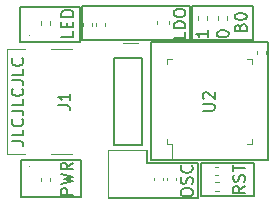
<source format=gbr>
%TF.GenerationSoftware,KiCad,Pcbnew,(6.0.9)*%
%TF.CreationDate,2022-11-14T14:00:34+08:00*%
%TF.ProjectId,usb2serial_pcb,75736232-7365-4726-9961-6c5f7063622e,1.0*%
%TF.SameCoordinates,Original*%
%TF.FileFunction,Legend,Top*%
%TF.FilePolarity,Positive*%
%FSLAX46Y46*%
G04 Gerber Fmt 4.6, Leading zero omitted, Abs format (unit mm)*
G04 Created by KiCad (PCBNEW (6.0.9)) date 2022-11-14 14:00:34*
%MOMM*%
%LPD*%
G01*
G04 APERTURE LIST*
%ADD10C,0.150000*%
%ADD11C,0.120000*%
%ADD12C,0.100000*%
G04 APERTURE END LIST*
D10*
X49250600Y-32054800D02*
X54279800Y-32054800D01*
X54279800Y-32054800D02*
X54279800Y-35052000D01*
X54279800Y-35052000D02*
X49250600Y-35052000D01*
X49250600Y-35052000D02*
X49250600Y-32054800D01*
X64262000Y-45262800D02*
X59994800Y-45262800D01*
X59994800Y-45262800D02*
X59994800Y-44297600D01*
X63804800Y-31953200D02*
X68935600Y-31953200D01*
X68935600Y-31953200D02*
X68935600Y-34899600D01*
X68935600Y-34899600D02*
X63804800Y-34899600D01*
X63804800Y-34899600D02*
X63804800Y-31953200D01*
X57200800Y-36372800D02*
X59537600Y-36372800D01*
X59537600Y-36372800D02*
X59537600Y-43789600D01*
X59537600Y-43789600D02*
X57200800Y-43789600D01*
X57200800Y-43789600D02*
X57200800Y-36372800D01*
X56794400Y-48260000D02*
X64262000Y-48259400D01*
X64516000Y-45262800D02*
X69037200Y-45262800D01*
X69037200Y-45262800D02*
X69037200Y-48056800D01*
X69037200Y-48056800D02*
X64516000Y-48056800D01*
X64516000Y-48056800D02*
X64516000Y-45262800D01*
X49326800Y-45059600D02*
X54356000Y-45059600D01*
X54356000Y-45059600D02*
X54356000Y-48158400D01*
X54356000Y-48158400D02*
X49326800Y-48158400D01*
X49326800Y-48158400D02*
X49326800Y-45059600D01*
X60299600Y-35052000D02*
X70256400Y-35052000D01*
X70256400Y-35052000D02*
X70256400Y-45059600D01*
X70256400Y-45059600D02*
X60299600Y-45059600D01*
X60299600Y-45059600D02*
X60299600Y-35052000D01*
X64262000Y-48259400D02*
X64262000Y-45262800D01*
X54457600Y-31953200D02*
X63601600Y-31953200D01*
X63601600Y-31953200D02*
X63601600Y-34899600D01*
X63601600Y-34899600D02*
X54457600Y-34899600D01*
X54457600Y-34899600D02*
X54457600Y-31953200D01*
X65120780Y-34055085D02*
X65120780Y-34626514D01*
X65120780Y-34340800D02*
X64120780Y-34340800D01*
X64263638Y-34436038D01*
X64358876Y-34531276D01*
X64406495Y-34626514D01*
X53690780Y-47967733D02*
X52690780Y-47967733D01*
X52690780Y-47586780D01*
X52738400Y-47491542D01*
X52786019Y-47443923D01*
X52881257Y-47396304D01*
X53024114Y-47396304D01*
X53119352Y-47443923D01*
X53166971Y-47491542D01*
X53214590Y-47586780D01*
X53214590Y-47967733D01*
X52690780Y-47062971D02*
X53690780Y-46824876D01*
X52976495Y-46634400D01*
X53690780Y-46443923D01*
X52690780Y-46205828D01*
X53690780Y-45253447D02*
X53214590Y-45586780D01*
X53690780Y-45824876D02*
X52690780Y-45824876D01*
X52690780Y-45443923D01*
X52738400Y-45348685D01*
X52786019Y-45301066D01*
X52881257Y-45253447D01*
X53024114Y-45253447D01*
X53119352Y-45301066D01*
X53166971Y-45348685D01*
X53214590Y-45443923D01*
X53214590Y-45824876D01*
X65898780Y-34388419D02*
X65898780Y-34293180D01*
X65946400Y-34197942D01*
X65994019Y-34150323D01*
X66089257Y-34102704D01*
X66279733Y-34055085D01*
X66517828Y-34055085D01*
X66708304Y-34102704D01*
X66803542Y-34150323D01*
X66851161Y-34197942D01*
X66898780Y-34293180D01*
X66898780Y-34388419D01*
X66851161Y-34483657D01*
X66803542Y-34531276D01*
X66708304Y-34578895D01*
X66517828Y-34626514D01*
X66279733Y-34626514D01*
X66089257Y-34578895D01*
X65994019Y-34531276D01*
X65946400Y-34483657D01*
X65898780Y-34388419D01*
X67898971Y-33780361D02*
X67946590Y-33637504D01*
X67994209Y-33589885D01*
X68089447Y-33542266D01*
X68232304Y-33542266D01*
X68327542Y-33589885D01*
X68375161Y-33637504D01*
X68422780Y-33732742D01*
X68422780Y-34113695D01*
X67422780Y-34113695D01*
X67422780Y-33780361D01*
X67470400Y-33685123D01*
X67518019Y-33637504D01*
X67613257Y-33589885D01*
X67708495Y-33589885D01*
X67803733Y-33637504D01*
X67851352Y-33685123D01*
X67898971Y-33780361D01*
X67898971Y-34113695D01*
X67422780Y-32923219D02*
X67422780Y-32827980D01*
X67470400Y-32732742D01*
X67518019Y-32685123D01*
X67613257Y-32637504D01*
X67803733Y-32589885D01*
X68041828Y-32589885D01*
X68232304Y-32637504D01*
X68327542Y-32685123D01*
X68375161Y-32732742D01*
X68422780Y-32827980D01*
X68422780Y-32923219D01*
X68375161Y-33018457D01*
X68327542Y-33066076D01*
X68232304Y-33113695D01*
X68041828Y-33161314D01*
X67803733Y-33161314D01*
X67613257Y-33113695D01*
X67518019Y-33066076D01*
X67470400Y-33018457D01*
X67422780Y-32923219D01*
X63241180Y-34191485D02*
X63241180Y-34667676D01*
X62241180Y-34667676D01*
X63241180Y-33858152D02*
X62241180Y-33858152D01*
X62241180Y-33620057D01*
X62288800Y-33477200D01*
X62384038Y-33381961D01*
X62479276Y-33334342D01*
X62669752Y-33286723D01*
X62812609Y-33286723D01*
X63003085Y-33334342D01*
X63098323Y-33381961D01*
X63193561Y-33477200D01*
X63241180Y-33620057D01*
X63241180Y-33858152D01*
X62241180Y-32667676D02*
X62241180Y-32477200D01*
X62288800Y-32381961D01*
X62384038Y-32286723D01*
X62574514Y-32239104D01*
X62907847Y-32239104D01*
X63098323Y-32286723D01*
X63193561Y-32381961D01*
X63241180Y-32477200D01*
X63241180Y-32667676D01*
X63193561Y-32762914D01*
X63098323Y-32858152D01*
X62907847Y-32905771D01*
X62574514Y-32905771D01*
X62384038Y-32858152D01*
X62288800Y-32762914D01*
X62241180Y-32667676D01*
X48525180Y-43414533D02*
X49239466Y-43414533D01*
X49382323Y-43462152D01*
X49477561Y-43557390D01*
X49525180Y-43700247D01*
X49525180Y-43795485D01*
X49525180Y-42462152D02*
X49525180Y-42938342D01*
X48525180Y-42938342D01*
X49429942Y-41557390D02*
X49477561Y-41605009D01*
X49525180Y-41747866D01*
X49525180Y-41843104D01*
X49477561Y-41985961D01*
X49382323Y-42081200D01*
X49287085Y-42128819D01*
X49096609Y-42176438D01*
X48953752Y-42176438D01*
X48763276Y-42128819D01*
X48668038Y-42081200D01*
X48572800Y-41985961D01*
X48525180Y-41843104D01*
X48525180Y-41747866D01*
X48572800Y-41605009D01*
X48620419Y-41557390D01*
X48525180Y-40843104D02*
X49239466Y-40843104D01*
X49382323Y-40890723D01*
X49477561Y-40985961D01*
X49525180Y-41128819D01*
X49525180Y-41224057D01*
X49525180Y-39890723D02*
X49525180Y-40366914D01*
X48525180Y-40366914D01*
X49429942Y-38985961D02*
X49477561Y-39033580D01*
X49525180Y-39176438D01*
X49525180Y-39271676D01*
X49477561Y-39414533D01*
X49382323Y-39509771D01*
X49287085Y-39557390D01*
X49096609Y-39605009D01*
X48953752Y-39605009D01*
X48763276Y-39557390D01*
X48668038Y-39509771D01*
X48572800Y-39414533D01*
X48525180Y-39271676D01*
X48525180Y-39176438D01*
X48572800Y-39033580D01*
X48620419Y-38985961D01*
X48525180Y-38271676D02*
X49239466Y-38271676D01*
X49382323Y-38319295D01*
X49477561Y-38414533D01*
X49525180Y-38557390D01*
X49525180Y-38652628D01*
X49525180Y-37319295D02*
X49525180Y-37795485D01*
X48525180Y-37795485D01*
X49429942Y-36414533D02*
X49477561Y-36462152D01*
X49525180Y-36605009D01*
X49525180Y-36700247D01*
X49477561Y-36843104D01*
X49382323Y-36938342D01*
X49287085Y-36985961D01*
X49096609Y-37033580D01*
X48953752Y-37033580D01*
X48763276Y-36985961D01*
X48668038Y-36938342D01*
X48572800Y-36843104D01*
X48525180Y-36700247D01*
X48525180Y-36605009D01*
X48572800Y-36462152D01*
X48620419Y-36414533D01*
X62850780Y-47858228D02*
X62850780Y-47667752D01*
X62898400Y-47572514D01*
X62993638Y-47477276D01*
X63184114Y-47429657D01*
X63517447Y-47429657D01*
X63707923Y-47477276D01*
X63803161Y-47572514D01*
X63850780Y-47667752D01*
X63850780Y-47858228D01*
X63803161Y-47953466D01*
X63707923Y-48048704D01*
X63517447Y-48096323D01*
X63184114Y-48096323D01*
X62993638Y-48048704D01*
X62898400Y-47953466D01*
X62850780Y-47858228D01*
X63803161Y-47048704D02*
X63850780Y-46905847D01*
X63850780Y-46667752D01*
X63803161Y-46572514D01*
X63755542Y-46524895D01*
X63660304Y-46477276D01*
X63565066Y-46477276D01*
X63469828Y-46524895D01*
X63422209Y-46572514D01*
X63374590Y-46667752D01*
X63326971Y-46858228D01*
X63279352Y-46953466D01*
X63231733Y-47001085D01*
X63136495Y-47048704D01*
X63041257Y-47048704D01*
X62946019Y-47001085D01*
X62898400Y-46953466D01*
X62850780Y-46858228D01*
X62850780Y-46620133D01*
X62898400Y-46477276D01*
X63755542Y-45477276D02*
X63803161Y-45524895D01*
X63850780Y-45667752D01*
X63850780Y-45762990D01*
X63803161Y-45905847D01*
X63707923Y-46001085D01*
X63612685Y-46048704D01*
X63422209Y-46096323D01*
X63279352Y-46096323D01*
X63088876Y-46048704D01*
X62993638Y-46001085D01*
X62898400Y-45905847D01*
X62850780Y-45762990D01*
X62850780Y-45667752D01*
X62898400Y-45524895D01*
X62946019Y-45477276D01*
X53741580Y-34120057D02*
X53741580Y-34596247D01*
X52741580Y-34596247D01*
X53217771Y-33786723D02*
X53217771Y-33453390D01*
X53741580Y-33310533D02*
X53741580Y-33786723D01*
X52741580Y-33786723D01*
X52741580Y-33310533D01*
X53741580Y-32881961D02*
X52741580Y-32881961D01*
X52741580Y-32643866D01*
X52789200Y-32501009D01*
X52884438Y-32405771D01*
X52979676Y-32358152D01*
X53170152Y-32310533D01*
X53313009Y-32310533D01*
X53503485Y-32358152D01*
X53598723Y-32405771D01*
X53693961Y-32501009D01*
X53741580Y-32643866D01*
X53741580Y-32881961D01*
X68270380Y-47232819D02*
X67794190Y-47566152D01*
X68270380Y-47804247D02*
X67270380Y-47804247D01*
X67270380Y-47423295D01*
X67318000Y-47328057D01*
X67365619Y-47280438D01*
X67460857Y-47232819D01*
X67603714Y-47232819D01*
X67698952Y-47280438D01*
X67746571Y-47328057D01*
X67794190Y-47423295D01*
X67794190Y-47804247D01*
X68222761Y-46851866D02*
X68270380Y-46709009D01*
X68270380Y-46470914D01*
X68222761Y-46375676D01*
X68175142Y-46328057D01*
X68079904Y-46280438D01*
X67984666Y-46280438D01*
X67889428Y-46328057D01*
X67841809Y-46375676D01*
X67794190Y-46470914D01*
X67746571Y-46661390D01*
X67698952Y-46756628D01*
X67651333Y-46804247D01*
X67556095Y-46851866D01*
X67460857Y-46851866D01*
X67365619Y-46804247D01*
X67318000Y-46756628D01*
X67270380Y-46661390D01*
X67270380Y-46423295D01*
X67318000Y-46280438D01*
X67270380Y-45994723D02*
X67270380Y-45423295D01*
X68270380Y-45709009D02*
X67270380Y-45709009D01*
%TO.C,U2*%
X64717580Y-40850304D02*
X65527104Y-40850304D01*
X65622342Y-40802685D01*
X65669961Y-40755066D01*
X65717580Y-40659828D01*
X65717580Y-40469352D01*
X65669961Y-40374114D01*
X65622342Y-40326495D01*
X65527104Y-40278876D01*
X64717580Y-40278876D01*
X64812819Y-39850304D02*
X64765200Y-39802685D01*
X64717580Y-39707447D01*
X64717580Y-39469352D01*
X64765200Y-39374114D01*
X64812819Y-39326495D01*
X64908057Y-39278876D01*
X65003295Y-39278876D01*
X65146152Y-39326495D01*
X65717580Y-39897923D01*
X65717580Y-39278876D01*
%TO.C,J1*%
X52472980Y-40398353D02*
X53187266Y-40398353D01*
X53330123Y-40445972D01*
X53425361Y-40541210D01*
X53472980Y-40684067D01*
X53472980Y-40779305D01*
X53472980Y-39398353D02*
X53472980Y-39969781D01*
X53472980Y-39684067D02*
X52472980Y-39684067D01*
X52615838Y-39779305D01*
X52711076Y-39874543D01*
X52758695Y-39969781D01*
D11*
%TO.C,C5*%
X62437600Y-46526564D02*
X62437600Y-46742236D01*
X61717600Y-46526564D02*
X61717600Y-46742236D01*
%TO.C,Y1*%
X56668400Y-44159600D02*
X56668400Y-48159600D01*
X59968400Y-44159600D02*
X56668400Y-44159600D01*
%TO.C,U2*%
X68888000Y-43241200D02*
X68888000Y-43691200D01*
X61668000Y-36921200D02*
X61668000Y-36471200D01*
X68888000Y-36921200D02*
X68888000Y-36471200D01*
X61668000Y-36471200D02*
X62118000Y-36471200D01*
X68888000Y-36471200D02*
X68438000Y-36471200D01*
X68888000Y-43691200D02*
X68438000Y-43691200D01*
X61668000Y-43241200D02*
X61668000Y-43691200D01*
X61668000Y-43691200D02*
X62118000Y-43691200D01*
X62118000Y-43691200D02*
X62118000Y-44981200D01*
%TO.C,U1*%
X58572400Y-31968000D02*
X56897400Y-31968000D01*
X58572400Y-35088000D02*
X59222400Y-35088000D01*
X58572400Y-31968000D02*
X59222400Y-31968000D01*
X58572400Y-35088000D02*
X57922400Y-35088000D01*
%TO.C,R2*%
X65048400Y-32866359D02*
X65048400Y-33173641D01*
X64288400Y-32866359D02*
X64288400Y-33173641D01*
%TO.C,C3*%
X55672400Y-33635836D02*
X55672400Y-33420164D01*
X56392400Y-33635836D02*
X56392400Y-33420164D01*
%TO.C,F1*%
X60805600Y-33212821D02*
X60805600Y-33538379D01*
X61825600Y-33212821D02*
X61825600Y-33538379D01*
%TO.C,C2*%
X54605600Y-33420164D02*
X54605600Y-33635836D01*
X55325600Y-33420164D02*
X55325600Y-33635836D01*
D12*
%TO.C,D6*%
X50037200Y-45595200D02*
G75*
G03*
X50037200Y-45595200I-50000J0D01*
G01*
D11*
%TO.C,C4*%
X65779764Y-46334000D02*
X65995436Y-46334000D01*
X65779764Y-45614000D02*
X65995436Y-45614000D01*
%TO.C,R6*%
X51021550Y-46531559D02*
X51021550Y-46838841D01*
X51781550Y-46531559D02*
X51781550Y-46838841D01*
%TO.C,C1*%
X69337600Y-36023436D02*
X69337600Y-35807764D01*
X70057600Y-36023436D02*
X70057600Y-35807764D01*
%TO.C,R5*%
X66775600Y-33173641D02*
X66775600Y-32866359D01*
X66015600Y-33173641D02*
X66015600Y-32866359D01*
%TO.C,R7*%
X51029600Y-33580041D02*
X51029600Y-33272759D01*
X51789600Y-33580041D02*
X51789600Y-33272759D01*
%TO.C,C6*%
X61320000Y-46526564D02*
X61320000Y-46742236D01*
X60600000Y-46526564D02*
X60600000Y-46742236D01*
%TO.C,J1*%
X53665800Y-44535020D02*
X51865800Y-44535020D01*
X48155800Y-44535020D02*
X49615800Y-44535020D01*
X53665800Y-35595020D02*
X51865800Y-35595020D01*
X48155800Y-44535020D02*
X48155800Y-35595020D01*
X48155800Y-35595020D02*
X49615800Y-35595020D01*
%TO.C,R3*%
X66041241Y-46914800D02*
X65733959Y-46914800D01*
X66041241Y-47674800D02*
X65733959Y-47674800D01*
D12*
%TO.C,D7*%
X50037200Y-34516400D02*
G75*
G03*
X50037200Y-34516400I-50000J0D01*
G01*
%TD*%
M02*

</source>
